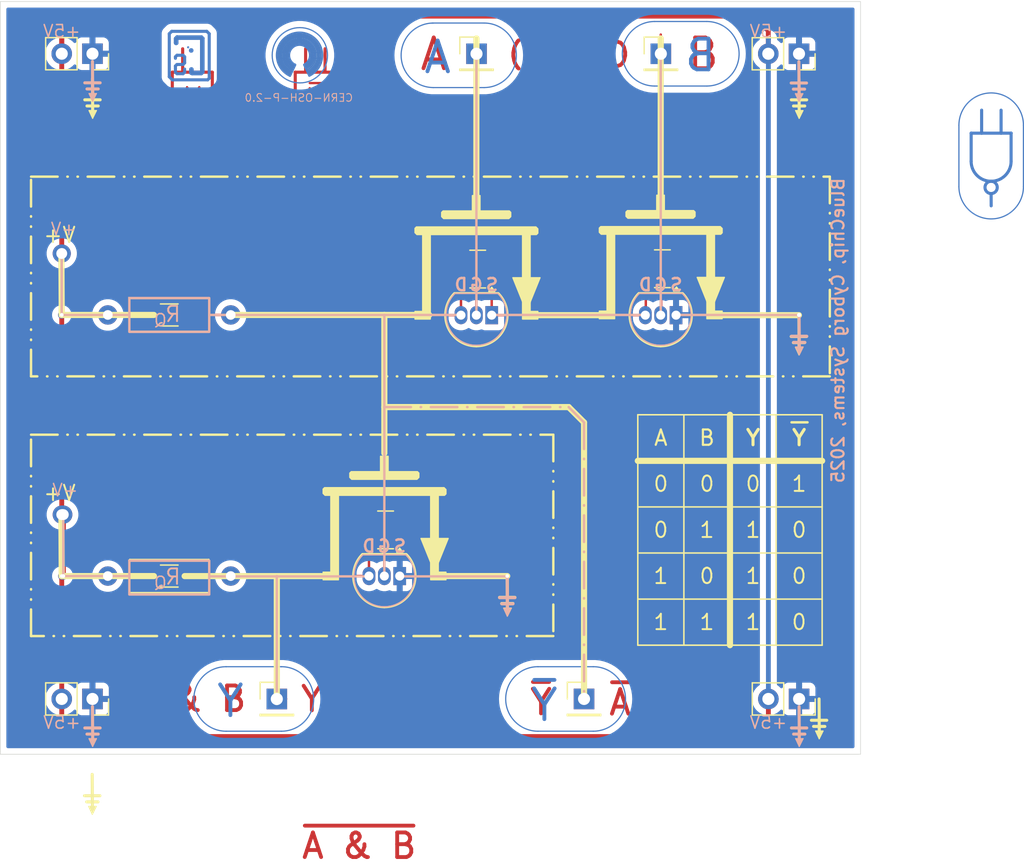
<source format=kicad_pcb>
(kicad_pcb (version 20241229) (generator "pcbnew") (generator_version "9.0")
  (layers (0 "F.Cu" signal) (2 "B.Cu" signal) (13 "F.Paste" user) (15 "B.Paste" user) (5 "F.SilkS" user "F.Silkscreen") (7 "B.SilkS" user "B.Silkscreen") (1 "F.Mask" user) (3 "B.Mask" user) (25 "Edge.Cuts" user))
  (net 0 "")
  (net 1 "Net-(A1-Pin_1)")
  (net 2 "Net-(B1-Pin_1)")
  (net 3 "GNDREF")
  (net 4 "VDD")
  (net 5 "Net-(Q13-D)")
  (net 6 "Net-(Q13-S)")
  (net 7 "Net-(Q15-D)")
  (footprint "Package_TO_SOT_THT:TO-92_Inline" (layer "F.Cu") (at 220.979705 151.13 180)
    (property "Reference" "Q5" (hide yes))
    (property "Value" "2N7000" (hide yes))
  )
  (footprint "Connector_PinHeader_2.54mm:PinHeader_1x01_P2.54mm_Vertical" (layer "F.Cu") (at 242.569705 107.95)
    (property "Reference" "B1" (hide yes))
    (property "Value" "Conn_01x01_Pin" (hide yes))
  )
  (footprint "Connector_PinHeader_2.54mm:PinHeader_1x01_P2.54mm_Vertical" (layer "F.Cu") (at 227.329705 107.95)
    (property "Reference" "A1" (hide yes))
    (property "Value" "Conn_01x01_Pin" (hide yes))
  )
  (footprint "Package_TO_SOT_THT:TO-92_Inline" (layer "F.Cu") (at 228.586283 129.561263 180)
    (property "Reference" "Q3" (hide yes))
    (property "Value" "2N7000" (hide yes))
  )
  (footprint "Connector_PinSocket_2.54mm:PinSocket_1x02_P2.54mm_Vertical" (layer "F.Cu") (at 195.579705 107.94671 -90)
    (property "Reference" "J1" (hide yes))
    (property "Value" "Conn_01x02_Pin" (hide yes))
  )
  (footprint "Resistor_THT:R_Axial_DIN0207_L6.3mm_D2.5mm_P10.16mm_Horizontal" (layer "F.Cu") (at 196.849705 129.54329)
    (property "Reference" "R5" (hide yes))
    (property "Value" "R" (hide yes))
  )
  (footprint "Package_TO_SOT_SMD:SOT-23" (layer "F.Cu") (at 242.698473 125.722971 180)
    (property "Reference" "Q14" (hide yes))
    (property "Value" "2N7000" (hide yes))
  )
  (footprint "Connector_PinSocket_2.54mm:PinSocket_1x02_P2.54mm_Vertical" (layer "F.Cu") (at 253.999705 161.29 -90)
    (property "Reference" "J3" (hide yes))
    (property "Value" "Conn_01x02_Pin" (hide yes))
  )
  (footprint "Connector_PinHeader_2.54mm:PinHeader_1x01_P2.54mm_Vertical" (layer "F.Cu") (at 236.219705 161.29)
    (property "Reference" "Y2" (hide yes))
    (property "Value" "Conn_01x01_Pin")
  )
  (footprint "Connector_PinSocket_2.54mm:PinSocket_1x02_P2.54mm_Vertical" (layer "F.Cu") (at 253.991731 107.95 -90)
    (property "Reference" "J4" (hide yes))
    (property "Value" "Conn_01x02_Pin" (hide yes))
  )
  (footprint "Connector_PinHeader_2.54mm:PinHeader_1x01_P2.54mm_Vertical" (layer "F.Cu") (at 210.819705 161.294149)
    (property "Reference" "Y1" (hide yes))
    (property "Value" "Conn_01x01_Pin" (hide yes))
  )
  (footprint "Package_TO_SOT_THT:TO-92_Inline" (layer "F.Cu") (at 243.826283 129.561263 180)
    (property "Reference" "Q4" (hide yes))
    (property "Value" "2N7000" (hide yes))
  )
  (footprint "Connector_PinSocket_2.54mm:PinSocket_1x02_P2.54mm_Vertical" (layer "F.Cu") (at 195.579705 161.29 -90)
    (property "Reference" "J2" (hide yes))
    (property "Value" "Conn_01x02_Pin" (hide yes))
  )
  (footprint "Resistor_SMD:R_1206_3216Metric" (layer "F.Cu") (at 201.929705 151.13)
    (property "Reference" "R16" (hide yes))
    (property "Value" "R" (hide yes))
  )
  (footprint "Resistor_SMD:R_1206_3216Metric" (layer "F.Cu") (at 201.929705 129.54329)
    (property "Reference" "R15" (hide yes))
    (property "Value" "R" (hide yes))
  )
  (footprint "Package_TO_SOT_SMD:SOT-23" (layer "F.Cu") (at 219.813785 147.313517 180)
    (property "Reference" "Q15" (hide yes))
    (property "Value" "2N7000" (hide yes))
  )
  (footprint "Package_TO_SOT_SMD:SOT-23" (layer "F.Cu") (at 227.427779 125.751263 180)
    (property "Reference" "Q13" (hide yes))
    (property "Value" "2N7000" (hide yes))
  )
  (footprint "Resistor_THT:R_Axial_DIN0207_L6.3mm_D2.5mm_P10.16mm_Horizontal" (layer "F.Cu") (at 196.849705 151.13)
    (property "Reference" "R6" (hide yes))
    (property "Value" "R" (hide yes))
  )
  (gr_line (start 213.99001 114.427) (end 213.995 115.443) (stroke (width 0.254)) (layer "F.Cu"))
  (gr_arc (start 205.476315 111.76) (mid 203.825315 113.411) (end 202.174315 111.76) (stroke (width 0.254)) (layer "F.Cu"))
  (gr_line (start 204.644764 109.292323) (end 204.644764 107.535102) (stroke (width 0.254)) (layer "F.Cu"))
  (gr_line (start 214.809459 109.292323) (end 214.809459 107.535102) (stroke (width 0.254)) (layer "F.Cu"))
  (gr_circle (center 213.99001 113.919) (end 214.49801 113.919) (stroke (width 0.254)) (fill no) (layer "F.Cu"))
  (gr_arc (start 215.64101 111.76) (mid 213.99001 113.411) (end 212.33901 111.76) (stroke (width 0.254)) (layer "F.Cu"))
  (gr_line (start 203.035615 109.292323) (end 203.035615 107.535102) (stroke (width 0.254)) (layer "F.Cu"))
  (gr_line (start 213.20031 109.292323) (end 213.20031 107.535102) (stroke (width 0.254)) (layer "F.Cu"))
  (gr_line (start 203.825315 113.411) (end 203.830305 115.443) (stroke (width 0.254)) (layer "F.Cu"))
  (gr_arc (start 206.628705 163.957859) (mid 203.961686 161.290845) (end 206.628705 158.623859) (stroke (width 0.1)) (layer "B.Cu"))
  (gr_arc (start 227.956731 105.41) (mid 230.62381 108.07701) (end 227.956731 110.744) (stroke (width 0.1)) (layer "B.Cu"))
  (gr_arc (start 211.962705 109.47071) (mid 212.689715 106.49613) (end 213.438095 109.465418) (stroke (width 0.127)) (layer "B.Cu"))
  (gr_arc (start 211.886505 109.54691) (mid 212.755141 106.392555) (end 213.408299 109.598491) (stroke (width 0.127)) (layer "B.Cu"))
  (gr_line (start 246.371731 105.283) (end 242.053731 105.283) (stroke (width 0.1)) (layer "B.Cu"))
  (gr_arc (start 212.009506 109.264148) (mid 212.720651 106.702219) (end 213.320358 109.292525) (stroke (width 0.127)) (layer "B.Cu"))
  (gr_line (start 236.981724 163.957) (end 232.409724 163.957) (stroke (width 0.1)) (layer "B.Cu"))
  (gr_line (start 267.212695 113.8555) (end 267.212695 118.9355) (stroke (width 0.1)) (layer "B.Cu"))
  (gr_arc (start 211.911905 109.80091) (mid 212.692181 106.175507) (end 213.499647 109.794953) (stroke (width 0.127)) (layer "B.Cu"))
  (gr_arc (start 232.409724 163.957) (mid 229.742705 161.29) (end 232.409724 158.623) (stroke (width 0.1)) (layer "B.Cu"))
  (gr_line (start 212.333839 108.863123) (end 211.905018 109.762639) (stroke (width 0.2)) (layer "B.Cu"))
  (gr_arc (start 267.212695 113.8555) (mid 269.879695 111.1885) (end 272.546695 113.8555) (stroke (width 0.1)) (layer "B.Cu"))
  (gr_line (start 232.409724 158.623) (end 236.981724 158.623) (stroke (width 0.1)) (layer "B.Cu"))
  (gr_arc (start 212.140505 109.06431) (mid 212.663474 106.938992) (end 213.302098 109.032429) (stroke (width 0.127)) (layer "B.Cu"))
  (gr_line (start 269.874705 119.507) (end 269.879695 120.523) (stroke (width 0.254)) (layer "B.Cu"))
  (gr_arc (start 246.371731 105.283) (mid 249.03881 107.95001) (end 246.371731 110.617) (stroke (width 0.1)) (layer "B.Cu"))
  (gr_circle (center 212.724705 108.07371) (end 210.438705 108.07371) (stroke (width 0.1)) (fill no) (layer "B.Cu"))
  (gr_arc (start 242.053731 110.617) (mid 239.38681 107.95001) (end 242.053731 105.283) (stroke (width 0.1)) (layer "B.Cu"))
  (gr_arc (start 212.216705 108.83571) (mid 212.68399 107.176265) (end 213.177102 108.828253) (stroke (width 0.127)) (layer "B.Cu"))
  (gr_arc (start 236.981724 158.623) (mid 239.648705 161.29) (end 236.981724 163.957) (stroke (width 0.1)) (layer "B.Cu"))
  (gr_line (start 223.765731 110.744) (end 227.956731 110.744) (stroke (width 0.1)) (layer "B.Cu"))
  (gr_line (start 227.956731 105.41) (end 223.638731 105.41) (stroke (width 0.1)) (layer "B.Cu"))
  (gr_arc (start 212.064305 109.14051) (mid 212.596686 106.838392) (end 213.485018 109.027875) (stroke (width 0.127)) (layer "B.Cu"))
  (gr_line (start 270.699144 114.522965) (end 270.699144 112.613112) (stroke (width 0.254)) (layer "B.Cu"))
  (gr_line (start 213.089976 108.858398) (end 213.512105 109.75011) (stroke (width 0.2)) (layer "B.Cu"))
  (gr_arc (start 212.064305 109.183796) (mid 212.63573 106.739354) (end 213.306475 109.15839) (stroke (width 0.127)) (layer "B.Cu"))
  (gr_line (start 211.200705 163.957859) (end 206.628705 163.957859) (stroke (width 0.1)) (layer "B.Cu"))
  (gr_arc (start 211.200705 158.623859) (mid 213.867686 161.290845) (end 211.200705 163.957859) (stroke (width 0.1)) (layer "B.Cu"))
  (gr_circle (center 203.489746 107.414452) (end 203.565946 107.414452) (stroke (width 0.0254)) (fill yes) (layer "B.Cu"))
  (gr_line (start 272.546695 118.9355) (end 272.546695 113.8555) (stroke (width 0.1)) (layer "B.Cu"))
  (gr_line (start 242.053731 110.617) (end 246.371731 110.617) (stroke (width 0.1)) (layer "B.Cu"))
  (gr_arc (start 223.765731 110.744) (mid 221.09881 108.07701) (end 223.765731 105.41) (stroke (width 0.1)) (layer "B.Cu"))
  (gr_line (start 206.628705 158.623859) (end 211.200705 158.623859) (stroke (width 0.1)) (layer "B.Cu"))
  (gr_arc (start 271.525705 116.84) (mid 269.874705 118.491) (end 268.223705 116.84) (stroke (width 0.254)) (layer "B.Cu"))
  (gr_arc (start 212.216705 109.027789) (mid 212.707834 107.006797) (end 213.148615 109.039335) (stroke (width 0.127)) (layer "B.Cu"))
  (gr_arc (start 212.013505 109.39451) (mid 212.696947 106.586014) (end 213.38457 109.393486) (stroke (width 0.127)) (layer "B.Cu"))
  (gr_line (start 269.089995 114.522965) (end 269.089995 112.609142) (stroke (width 0.254)) (layer "B.Cu"))
  (gr_arc (start 212.216705 108.959132) (mid 212.670683 107.068728) (end 213.207305 108.937309) (stroke (width 0.127)) (layer "B.Cu"))
  (gr_arc (start 212.347399 108.836154) (mid 212.661321 107.234723) (end 213.118611 108.80127) (stroke (width 0.127)) (layer "B.Cu"))
  (gr_arc (start 272.546695 118.9355) (mid 269.879695 121.6025) (end 267.212695 118.9355) (stroke (width 0.1)) (layer "B.Cu"))
  (gr_arc (start 211.861105 109.64851) (mid 212.733013 106.293616) (end 213.448658 109.685274) (stroke (width 0.127)) (layer "B.Cu"))
  (gr_circle (center 269.874705 118.999) (end 270.382705 118.999) (stroke (width 0.254)) (fill no) (layer "B.Cu"))
  (gr_circle (center 203.741996 107.676139) (end 203.741996 107.549139) (stroke (width 0.127)) (fill yes) (layer "B.Cu"))
  (gr_line (start 242.556284 120.036263) (end 242.561731 106.68329) (stroke (width 0.508)) (layer "F.SilkS"))
  (gr_line (start 230.195163 153.78149) (end 229.881361 154.41649) (stroke (width 0.1)) (layer "F.SilkS"))
  (gr_line (start 255.016 163.05249) (end 256.286 163.05249) (stroke (width 0.254)) (layer "F.SilkS"))
  (gr_line (start 253.711478 112.649) (end 254.317189 112.649) (stroke (width 0.1)) (layer "F.SilkS"))
  (gr_line (start 195.576057 170.59202) (end 195.557102 167.52851) (stroke (width 0.254)) (layer "F.SilkS"))
  (gr_poly (pts (xy 214.646801 151.440114) (xy 214.646801 150.805114) (xy 215.281801 150.805114) (xy 215.281801 144.455114) (xy 214.805551 144.455114) (xy 214.646801 144.296364) (xy 214.646801 143.939176) (xy 214.765863 143.820114) (xy 224.648051 143.820114) (xy 224.806801 143.978864) (xy 224.806801 144.336052) (xy 224.687739 144.455114) (xy 224.171801 144.455114) (xy 224.171801 150.805114) (xy 224.806801 150.805114) (xy 224.806801 151.440114) (xy 223.536801 151.440114) (xy 223.536801 144.455114) (xy 215.916801 144.455114) (xy 215.916801 151.440114)) (stroke (width 0.1)) (fill yes) (layer "F.SilkS"))
  (gr_line (start 193.039705 151.13) (end 193.009705 146.05) (stroke (width 0.508)) (layer "F.SilkS"))
  (gr_line (start 253.982253 129.561263) (end 247.636284 129.561263) (stroke (width 0.508)) (layer "F.SilkS"))
  (gr_line (start 255.662656 164.57649) (end 255.370747 163.94149) (stroke (width 0.1)) (layer "F.SilkS"))
  (gr_line (start 195.124979 112.26471) (end 196.056325 112.26471) (stroke (width 0.254)) (layer "F.SilkS"))
  (gr_line (start 195.88256 170.18) (end 195.568758 170.815) (stroke (width 0.1)) (layer "F.SilkS"))
  (gr_poly (pts (xy 224.605439 121.576458) (xy 224.446689 121.417708) (xy 224.446689 121.06052) (xy 224.565751 120.941458) (xy 226.986689 120.941458) (xy 226.986689 119.671458) (xy 227.621689 119.671458) (xy 227.621689 120.941458) (xy 230.042627 120.941458) (xy 230.161689 121.06052) (xy 230.161689 121.417708) (xy 230.002939 121.576458)) (stroke (width 0.1)) (fill yes) (layer "F.SilkS"))
  (gr_line (start 255.370747 163.94149) (end 255.976458 163.94149) (stroke (width 0.1)) (layer "F.SilkS"))
  (gr_poly (pts (xy 237.481731 129.856723) (xy 237.481731 129.221723) (xy 238.116731 129.221723) (xy 238.116731 122.871723) (xy 237.640481 122.871723) (xy 237.481731 122.712973) (xy 237.481731 122.355785) (xy 237.600793 122.236723) (xy 247.482981 122.236723) (xy 247.641731 122.395473) (xy 247.641731 122.752661) (xy 247.522669 122.871723) (xy 247.006731 122.871723) (xy 247.006731 129.221723) (xy 247.641731 129.221723) (xy 247.641731 129.856723) (xy 246.371731 129.856723) (xy 246.371731 122.871723) (xy 238.751731 122.871723) (xy 238.751731 129.856723)) (stroke (width 0.1)) (fill yes) (layer "F.SilkS"))
  (gr_line (start 253.828984 112.750053) (end 254.176032 112.750053) (stroke (width 0.2032)) (layer "F.SilkS"))
  (gr_line (start 255.554203 164.150656) (end 255.778 164.147412) (stroke (width 0.1)) (layer "F.SilkS"))
  (gr_line (start 253.347253 131.323753) (end 254.617253 131.323753) (stroke (width 0.254)) (layer "F.SilkS"))
  (gr_line (start 195.416958 112.746763) (end 195.764006 112.746763) (stroke (width 0.2032)) (layer "F.SilkS"))
  (gr_line (start 255.669955 164.35351) (end 255.651 161.29) (stroke (width 0.254)) (layer "F.SilkS"))
  (gr_line (start 240.664705 141.605) (end 255.904705 141.605) (stroke (width 0.508)) (layer "F.SilkS"))
  (gr_line (start 254.010686 113.06102) (end 253.991731 109.99751) (stroke (width 0.254)) (layer "F.SilkS"))
  (gr_poly (pts (xy 232.585186 126.463134) (xy 231.457883 129.249432) (xy 230.332729 126.463036)) (stroke (width 0.1)) (fill yes) (layer "F.SilkS"))
  (gr_line (start 229.869705 151.13) (end 224.15672 151.13) (stroke (width 0.508)) (layer "F.SilkS"))
  (gr_line (start 195.394355 170.281053) (end 195.741403 170.281053) (stroke (width 0.2032)) (layer "F.SilkS"))
  (gr_line (start 219.709705 137.16) (end 234.949705 137.16) (stroke (width 0.508)) (layer "F.SilkS"))
  (gr_line (start 253.993909 132.847753) (end 253.702 132.212753) (stroke (width 0.1)) (layer "F.SilkS"))
  (gr_line (start 253.885456 132.421919) (end 254.109253 132.418675) (stroke (width 0.1)) (layer "F.SilkS"))
  (gr_line (start 234.949705 137.16) (end 236.219705 138.43) (stroke (width 0.508)) (layer "F.SilkS"))
  (gr_line (start 253.537005 112.268) (end 254.468351 112.268) (stroke (width 0.254)) (layer "F.SilkS"))
  (gr_line (start 195.276849 170.18) (end 195.88256 170.18) (stroke (width 0.1)) (layer "F.SilkS"))
  (gr_line (start 227.316284 120.036263) (end 227.321731 106.68329) (stroke (width 0.508)) (layer "F.SilkS"))
  (gr_line (start 195.568758 170.815) (end 195.276849 170.18) (stroke (width 0.1)) (layer "F.SilkS"))
  (gr_line (start 254.001208 132.624773) (end 253.982253 129.561263) (stroke (width 0.254)) (layer "F.SilkS"))
  (gr_line (start 229.589452 153.78149) (end 230.195163 153.78149) (stroke (width 0.1)) (layer "F.SilkS"))
  (gr_line (start 229.772908 153.990656) (end 229.996705 153.987412) (stroke (width 0.1)) (layer "F.SilkS"))
  (gr_line (start 200.659705 129.54329) (end 193.039705 129.54329) (stroke (width 0.508)) (layer "F.SilkS"))
  (gr_line (start 236.219705 138.43) (end 236.219705 161.29) (stroke (width 0.508)) (layer "F.SilkS"))
  (gr_rect (start 190.499705 118.11) (end 256.539705 134.62) (stroke (width 0.2) (type dash_dot_dot)) (fill no) (layer "F.SilkS"))
  (gr_poly (pts (xy 222.242026 129.884432) (xy 222.242026 129.249432) (xy 222.877026 129.249432) (xy 222.877026 122.899432) (xy 222.400776 122.899432) (xy 222.242026 122.740682) (xy 222.242026 122.383494) (xy 222.361088 122.264432) (xy 232.243276 122.264432) (xy 232.402026 122.423182) (xy 232.402026 122.78037) (xy 232.282964 122.899432) (xy 231.767026 122.899432) (xy 231.767026 129.249432) (xy 232.402026 129.249432) (xy 232.402026 129.884432) (xy 231.132026 129.884432) (xy 231.132026 122.899432) (xy 223.512026 122.899432) (xy 223.512026 129.884432)) (stroke (width 0.1)) (fill yes) (layer "F.SilkS"))
  (gr_line (start 248.284705 137.795) (end 248.284705 156.845) (stroke (width 0.508)) (layer "F.SilkS"))
  (gr_rect (start 190.499705 139.44286) (end 233.679705 156.08928) (stroke (width 0.2) (type dash_dot_dot)) (fill no) (layer "F.SilkS"))
  (gr_line (start 254.317189 112.649) (end 254.003387 113.284) (stroke (width 0.1)) (layer "F.SilkS"))
  (gr_line (start 200.659705 151.13) (end 193.039705 151.13) (stroke (width 0.508)) (layer "F.SilkS"))
  (gr_line (start 229.234705 152.89249) (end 230.504705 152.89249) (stroke (width 0.254)) (layer "F.SilkS"))
  (gr_line (start 253.373204 138.420899) (end 254.696204 138.420899) (stroke (width 0.2032)) (layer "F.SilkS"))
  (gr_line (start 253.894934 112.858166) (end 254.118731 112.854922) (stroke (width 0.1)) (layer "F.SilkS"))
  (gr_line (start 207.009705 129.54329) (end 223.418352 129.54329) (stroke (width 0.508)) (layer "F.SilkS"))
  (gr_line (start 229.881361 154.41649) (end 229.589452 153.78149) (stroke (width 0.1)) (layer "F.SilkS"))
  (gr_line (start 195.482908 112.854876) (end 195.706705 112.851632) (stroke (width 0.1)) (layer "F.SilkS"))
  (gr_line (start 254.003387 113.284) (end 253.711478 112.649) (stroke (width 0.1)) (layer "F.SilkS"))
  (gr_line (start 255.196274 163.56049) (end 256.12762 163.56049) (stroke (width 0.254)) (layer "F.SilkS"))
  (gr_line (start 253.819506 132.313806) (end 254.166554 132.313806) (stroke (width 0.2032)) (layer "F.SilkS"))
  (gr_poly (pts (xy 224.989961 148.018816) (xy 223.862658 150.805114) (xy 222.737504 148.018718)) (stroke (width 0.1)) (fill yes) (layer "F.SilkS"))
  (gr_line (start 255.976458 163.94149) (end 255.662656 164.57649) (stroke (width 0.1)) (layer "F.SilkS"))
  (gr_line (start 203.199705 151.13329) (end 214.528352 151.13329) (stroke (width 0.508)) (layer "F.SilkS"))
  (gr_line (start 195.591361 113.28071) (end 195.299452 112.64571) (stroke (width 0.1)) (layer "F.SilkS"))
  (gr_line (start 229.88866 154.19351) (end 229.869705 151.13) (stroke (width 0.254)) (layer "F.SilkS"))
  (gr_line (start 195.102376 169.799) (end 196.033722 169.799) (stroke (width 0.254)) (layer "F.SilkS"))
  (gr_poly (pts (xy 239.845144 121.548749) (xy 239.686394 121.389999) (xy 239.686394 121.032811) (xy 239.805456 120.913749) (xy 242.226394 120.913749) (xy 242.226394 119.643749) (xy 242.861394 119.643749) (xy 242.861394 120.913749) (xy 245.282332 120.913749) (xy 245.401394 121.032811) (xy 245.401394 121.389999) (xy 245.242644 121.548749)) (stroke (width 0.1)) (fill yes) (layer "F.SilkS"))
  (gr_line (start 229.706958 153.882543) (end 230.054006 153.882543) (stroke (width 0.2032)) (layer "F.SilkS"))
  (gr_line (start 194.922102 169.291) (end 196.192102 169.291) (stroke (width 0.254)) (layer "F.SilkS"))
  (gr_poly (pts (xy 217.010214 143.13214) (xy 216.851464 142.97339) (xy 216.851464 142.616202) (xy 216.970526 142.49714) (xy 219.391464 142.49714) (xy 219.391464 141.22714) (xy 220.026464 141.22714) (xy 220.026464 142.49714) (xy 222.447402 142.49714) (xy 222.566464 142.616202) (xy 222.566464 142.97339) (xy 222.407714 143.13214)) (stroke (width 0.1)) (fill yes) (layer "F.SilkS"))
  (gr_line (start 193.039705 129.54329) (end 193.009705 124.46329) (stroke (width 0.508)) (layer "F.SilkS"))
  (gr_line (start 229.414979 153.40049) (end 230.346325 153.40049) (stroke (width 0.254)) (layer "F.SilkS"))
  (gr_line (start 194.944705 111.75671) (end 196.214705 111.75671) (stroke (width 0.254)) (layer "F.SilkS"))
  (gr_line (start 232.396284 129.561263) (end 237.481731 129.561263) (stroke (width 0.508)) (layer "F.SilkS"))
  (gr_line (start 253.356731 111.76) (end 254.626731 111.76) (stroke (width 0.254)) (layer "F.SilkS"))
  (gr_line (start 210.819705 151.39043) (end 210.819705 161.54714) (stroke (width 0.508)) (layer "F.SilkS"))
  (gr_line (start 253.702 132.212753) (end 254.307711 132.212753) (stroke (width 0.1)) (layer "F.SilkS"))
  (gr_line (start 195.460305 170.389166) (end 195.684102 170.385922) (stroke (width 0.1)) (layer "F.SilkS"))
  (gr_line (start 219.709705 129.54) (end 219.709705 140.97) (stroke (width 0.508)) (layer "F.SilkS"))
  (gr_line (start 195.905163 112.64571) (end 195.591361 113.28071) (stroke (width 0.1)) (layer "F.SilkS"))
  (gr_line (start 253.527527 131.831753) (end 254.458873 131.831753) (stroke (width 0.254)) (layer "F.SilkS"))
  (gr_line (start 195.59866 113.05773) (end 195.579705 109.99422) (stroke (width 0.254)) (layer "F.SilkS"))
  (gr_poly (pts (xy 247.824891 126.435425) (xy 246.697588 129.221723) (xy 245.572434 126.435327)) (stroke (width 0.1)) (fill yes) (layer "F.SilkS"))
  (gr_line (start 255.488253 164.042543) (end 255.835301 164.042543) (stroke (width 0.2032)) (layer "F.SilkS"))
  (gr_line (start 195.299452 112.64571) (end 195.905163 112.64571) (stroke (width 0.1)) (layer "F.SilkS"))
  (gr_line (start 254.307711 132.212753) (end 253.993909 132.847753) (stroke (width 0.1)) (layer "F.SilkS"))
  (gr_line (start 195.482908 111.448946) (end 195.706705 111.445702) (stroke (width 0.1)) (layer "B.SilkS"))
  (gr_line (start 253.991731 111.89029) (end 253.699822 111.25529) (stroke (width 0.1)) (layer "B.SilkS"))
  (gr_line (start 234.949705 137.16) (end 236.219705 138.43) (stroke (width 0.2) (type dash_dot)) (layer "B.SilkS"))
  (gr_line (start 195.591361 111.87478) (end 195.299452 111.23978) (stroke (width 0.1)) (layer "B.SilkS"))
  (gr_line (start 217.931705 149.377528) (end 221.487704 149.377528) (stroke (width 0.1)) (layer "B.SilkS"))
  (gr_line (start 242.561732 129.54329) (end 242.561732 107.95) (stroke (width 0.2)) (layer "B.SilkS"))
  (gr_line (start 210.819705 160.655) (end 210.819705 151.13) (stroke (width 0.2)) (layer "B.SilkS"))
  (gr_arc (start 244.339732 127.76529) (mid 242.561732 132.057762) (end 240.783732 127.76529) (stroke (width 0.1)) (layer "B.SilkS"))
  (gr_line (start 254.01866 164.98851) (end 253.999705 161.925) (stroke (width 0.254)) (layer "B.SilkS"))
  (gr_line (start 240.783732 127.76529) (end 244.339731 127.76529) (stroke (width 0.1)) (layer "B.SilkS"))
  (gr_line (start 194.944705 163.68749) (end 196.214705 163.68749) (stroke (width 0.254)) (layer "B.SilkS"))
  (gr_line (start 198.627705 151.13) (end 193.166705 151.13) (stroke (width 0.2)) (layer "B.SilkS"))
  (gr_line (start 194.944705 110.35078) (end 196.214705 110.35078) (stroke (width 0.254)) (layer "B.SilkS"))
  (gr_line (start 253.836958 132.292543) (end 254.184006 132.292543) (stroke (width 0.2032)) (layer "B.SilkS"))
  (gr_line (start 241.291731 129.54329) (end 228.591731 129.54329) (stroke (width 0.2)) (layer "B.SilkS"))
  (gr_rect (start 198.627705 149.86) (end 205.231705 152.654) (stroke (width 0.2)) (fill no) (layer "B.SilkS"))
  (gr_line (start 253.525349 110.87429) (end 254.456695 110.87429) (stroke (width 0.254)) (layer "B.SilkS"))
  (gr_line (start 229.869705 151.155528) (end 220.979704 151.155528) (stroke (width 0.2)) (layer "B.SilkS"))
  (gr_line (start 229.772908 154.016184) (end 229.996705 154.01294) (stroke (width 0.1)) (layer "B.SilkS"))
  (gr_line (start 253.817328 111.356343) (end 254.164376 111.356343) (stroke (width 0.2032)) (layer "B.SilkS"))
  (gr_line (start 195.905163 111.23978) (end 195.591361 111.87478) (stroke (width 0.1)) (layer "B.SilkS"))
  (gr_line (start 253.719452 164.57649) (end 254.325163 164.57649) (stroke (width 0.1)) (layer "B.SilkS"))
  (gr_line (start 253.364705 131.30249) (end 254.634705 131.30249) (stroke (width 0.254)) (layer "B.SilkS"))
  (gr_line (start 219.709705 137.16) (end 234.949705 137.16) (stroke (width 0.2) (type dash_dot)) (layer "B.SilkS"))
  (gr_line (start 195.299452 164.57649) (end 195.905163 164.57649) (stroke (width 0.1)) (layer "B.SilkS"))
  (gr_line (start 254.325163 164.57649) (end 254.011361 165.21149) (stroke (width 0.1)) (layer "B.SilkS"))
  (gr_line (start 198.627705 129.54329) (end 193.039705 129.54329) (stroke (width 0.2)) (layer "B.SilkS"))
  (gr_line (start 218.439704 151.155528) (end 205.231705 151.155528) (stroke (width 0.2)) (layer "B.SilkS"))
  (gr_line (start 225.543731 127.76529) (end 229.09973 127.76529) (stroke (width 0.1)) (layer "B.SilkS"))
  (gr_arc (start 229.099732 127.76529) (mid 227.321732 132.057762) (end 225.543732 127.76529) (stroke (width 0.1)) (layer "B.SilkS"))
  (gr_line (start 254.011361 132.82649) (end 253.719452 132.19149) (stroke (width 0.1)) (layer "B.SilkS"))
  (gr_line (start 253.364705 163.68749) (end 254.634705 163.68749) (stroke (width 0.254)) (layer "B.SilkS"))
  (gr_line (start 236.219705 138.43) (end 236.219705 161.29) (stroke (width 0.2) (type dash_dot)) (layer "B.SilkS"))
  (gr_line (start 217.931705 149.377528) (end 221.487704 149.377528) (stroke (width 0.1)) (layer "B.SilkS"))
  (gr_line (start 229.88866 154.219038) (end 229.869705 151.155528) (stroke (width 0.254)) (layer "B.SilkS"))
  (gr_line (start 254.01866 132.60351) (end 253.999705 129.54) (stroke (width 0.254)) (layer "B.SilkS"))
  (gr_line (start 229.589452 153.807018) (end 230.195163 153.807018) (stroke (width 0.1)) (layer "B.SilkS"))
  (gr_line (start 226.051731 129.54329) (end 205.231705 129.54329) (stroke (width 0.2)) (layer "B.SilkS"))
  (gr_line (start 195.416958 164.677543) (end 195.764006 164.677543) (stroke (width 0.2032)) (layer "B.SilkS"))
  (gr_line (start 253.902908 164.785656) (end 254.126705 164.782412) (stroke (width 0.1)) (layer "B.SilkS"))
  (gr_line (start 193.166705 151.12671) (end 193.166705 146.04671) (stroke (width 0.2)) (layer "B.SilkS"))
  (gr_line (start 229.414979 153.426018) (end 230.346325 153.426018) (stroke (width 0.254)) (layer "B.SilkS"))
  (gr_line (start 195.124979 164.19549) (end 196.056325 164.19549) (stroke (width 0.254)) (layer "B.SilkS"))
  (gr_arc (start 221.487705 149.377528) (mid 219.709705 153.67) (end 217.931705 149.377528) (stroke (width 0.1)) (layer "B.SilkS"))
  (gr_line (start 195.124979 110.85878) (end 196.056325 110.85878) (stroke (width 0.254)) (layer "B.SilkS"))
  (gr_line (start 254.325163 132.19149) (end 254.011361 132.82649) (stroke (width 0.1)) (layer "B.SilkS"))
  (gr_line (start 253.699822 111.25529) (end 254.305533 111.25529) (stroke (width 0.1)) (layer "B.SilkS"))
  (gr_line (start 229.234705 152.918018) (end 230.504705 152.918018) (stroke (width 0.254)) (layer "B.SilkS"))
  (gr_line (start 230.195163 153.807018) (end 229.881361 154.442018) (stroke (width 0.1)) (layer "B.SilkS"))
  (gr_line (start 195.482908 164.785656) (end 195.706705 164.782412) (stroke (width 0.1)) (layer "B.SilkS"))
  (gr_arc (start 229.099731 127.76529) (mid 227.321731 132.057762) (end 225.543731 127.76529) (stroke (width 0.1)) (layer "B.SilkS"))
  (gr_line (start 193.039705 129.54) (end 193.039705 124.46) (stroke (width 0.2)) (layer "B.SilkS"))
  (gr_line (start 253.992026 129.54329) (end 243.831731 129.54329) (stroke (width 0.2)) (layer "B.SilkS"))
  (gr_rect (start 198.627705 128.14629) (end 205.231705 130.94029) (stroke (width 0.2)) (fill no) (layer "B.SilkS"))
  (gr_line (start 253.719452 132.19149) (end 254.325163 132.19149) (stroke (width 0.1)) (layer "B.SilkS"))
  (gr_line (start 253.544979 164.19549) (end 254.476325 164.19549) (stroke (width 0.254)) (layer "B.SilkS"))
  (gr_line (start 253.836958 164.677543) (end 254.184006 164.677543) (stroke (width 0.2032)) (layer "B.SilkS"))
  (gr_line (start 195.59866 164.98851) (end 195.579705 161.925) (stroke (width 0.254)) (layer "B.SilkS"))
  (gr_line (start 253.902908 132.400656) (end 254.126705 132.397412) (stroke (width 0.1)) (layer "B.SilkS"))
  (gr_line (start 227.321731 107.95) (end 227.321731 129.54329) (stroke (width 0.2)) (layer "B.SilkS"))
  (gr_line (start 195.591361 165.21149) (end 195.299452 164.57649) (stroke (width 0.1)) (layer "B.SilkS"))
  (gr_arc (start 244.339732 127.76529) (mid 242.561732 132.057762) (end 240.783732 127.76529) (stroke (width 0.1)) (layer "B.SilkS"))
  (gr_line (start 219.709705 151.155528) (end 219.709705 129.54) (stroke (width 0.2)) (layer "B.SilkS"))
  (gr_line (start 253.883278 111.464456) (end 254.107075 111.461212) (stroke (width 0.1)) (layer "B.SilkS"))
  (gr_line (start 253.345075 110.36629) (end 254.615075 110.36629) (stroke (width 0.254)) (layer "B.SilkS"))
  (gr_line (start 254.011361 165.21149) (end 253.719452 164.57649) (stroke (width 0.1)) (layer "B.SilkS"))
  (gr_line (start 225.543732 127.76529) (end 229.099731 127.76529) (stroke (width 0.1)) (layer "B.SilkS"))
  (gr_line (start 229.881361 154.442018) (end 229.589452 153.807018) (stroke (width 0.1)) (layer "B.SilkS"))
  (gr_line (start 195.299452 111.23978) (end 195.905163 111.23978) (stroke (width 0.1)) (layer "B.SilkS"))
  (gr_line (start 254.305533 111.25529) (end 253.991731 111.89029) (stroke (width 0.1)) (layer "B.SilkS"))
  (gr_line (start 240.783732 127.76529) (end 244.339731 127.76529) (stroke (width 0.1)) (layer "B.SilkS"))
  (gr_line (start 253.99903 111.66731) (end 253.980075 108.6038) (stroke (width 0.254)) (layer "B.SilkS"))
  (gr_line (start 195.416958 111.340833) (end 195.764006 111.340833) (stroke (width 0.2032)) (layer "B.SilkS"))
  (gr_line (start 195.905163 164.57649) (end 195.591361 165.21149) (stroke (width 0.1)) (layer "B.SilkS"))
  (gr_line (start 253.544979 131.81049) (end 254.476325 131.81049) (stroke (width 0.254)) (layer "B.SilkS"))
  (gr_line (start 229.706958 153.908071) (end 230.054006 153.908071) (stroke (width 0.2032)) (layer "B.SilkS"))
  (gr_line (start 195.59866 111.6518) (end 195.579705 108.58829) (stroke (width 0.254)) (layer "B.SilkS"))
  (gr_arc (start 221.487705 149.377528) (mid 219.709705 153.67) (end 217.931705 149.377528) (stroke (width 0.1)) (layer "B.SilkS"))
  (gr_rect (start 187.959705 103.632) (end 259.079705 165.862) (stroke (width 0.05)) (fill no) (layer "Edge.Cuts"))
  (gr_text "A" (at 222.495731 109.474 0) (layer "F.Cu") (effects (font (size 2.54 2.54) (thickness 0.3175)) (justify left bottom)))
  (gr_text "~{A & B}" (at 238.124705 162.770753 0) (layer "F.Cu") (effects (font (size 2.032 2.032) (thickness 0.3175)) (justify left bottom)))
  (gr_text "(" (at 229.801483 108.789935 0) (layer "F.Cu") (effects (font (size 1.524 1.524) (thickness 0.3175)) (justify left bottom)))
  (gr_text "B" (at 244.593731 109.474 0) (layer "F.Cu") (effects (font (size 2.54 2.54) (thickness 0.3175)) (justify left bottom)))
  (gr_text "(" (at 234.141492 107.181578 180) (layer "F.Cu") (effects (font (size 1.524 1.524) (thickness 0.3175)) (justify left bottom)))
  (gr_text "Y" (at 203.126264 112.429532 0) (layer "F.Cu") (effects (font (size 1.524 1.524) (thickness 0.1905)) (justify left bottom)))
  (gr_text "Y" (at 212.635536 162.494045 0) (layer "F.Cu") (effects (font (size 2.032 2.032) (thickness 0.3175)) (justify left bottom)))
  (gr_text "N" (at 230.720726 109.23661 0) (layer "F.Cu") (effects (font (size 2.032 2.032) (thickness 0.3175)) (justify left bottom)))
  (gr_text "A & B" (at 198.657226 162.474992 0) (layer "F.Cu") (effects (font (size 2.032 2.032) (thickness 0.3175)) (justify left bottom)))
  (gr_text "~{Y}" (at 213.264654 112.515694 0) (layer "F.Cu") (effects (font (size 1.524 1.524) (thickness 0.1905)) (justify left bottom)))
  (gr_text "~{Y}" (at 231.584875 162.746684 0) (layer "F.Cu") (effects (font (size 2.032 2.032) (thickness 0.3175)) (justify left bottom)))
  (gr_text "AND" (at 233.895726 109.23661 0) (layer "F.Cu") (effects (font (size 2.032 2.032) (thickness 0.3175)) (justify left bottom)))
  (gr_text "~{A & B}" (at 212.724705 174.625 0) (layer "F.Cu") (effects (font (size 2.032 2.032) (thickness 0.3175)) (justify left bottom)))
  (gr_text "~{Y}" (at 234.238868 163.28605 0) (layer "B.Cu") (effects (font (size 2.54 2.54) (thickness 0.3175)) (justify left bottom mirror)))
  (gr_text "A" (at 225.416731 109.728 0) (layer "B.Cu") (effects (font (size 2.54 2.54) (thickness 0.3175)) (justify left bottom mirror)))
  (gr_text "B" (at 247.324119 109.566724 0) (layer "B.Cu") (effects (font (size 2.54 2.54) (thickness 0.3175)) (justify left bottom mirror)))
  (gr_text "Y" (at 208.279705 162.954989 0) (layer "B.Cu") (effects (font (size 2.54 2.54) (thickness 0.3175)) (justify left bottom mirror)))
  (gr_text "+V" (at 191.427431 123.682709 0) (layer "F.SilkS") (effects (font (size 1.27 1.27) (thickness 0.15875)) (justify left bottom)))
  (gr_text "+V" (at 191.427431 145.012279 0) (layer "F.SilkS") (effects (font (size 1.27 1.27) (thickness 0.15875)) (justify left bottom)))
  (gr_text "R" (at 202.974599 130.217419 0) (layer "B.SilkS") (effects (font (size 1.27 1.27) (thickness 0.15875)) (justify left bottom mirror)))
  (gr_text "S" (at 244.466731 127.63829 0) (layer "B.SilkS") (effects (font (size 1.016 1.016) (thickness 0.2032) (bold yes)) (justify left bottom mirror)))
  (gr_text "S" (at 221.614704 149.250528 0) (layer "B.SilkS") (effects (font (size 1.016 1.016) (thickness 0.2032) (bold yes)) (justify left bottom mirror)))
  (gr_text "D" (at 226.686731 127.63829 0) (layer "B.SilkS") (effects (font (size 1.016 1.016) (thickness 0.2032) (bold yes)) (justify left bottom mirror)))
  (gr_text "+5V" (at 251.459705 163.83 0) (layer "B.SilkS") (effects (font (size 1.016 1.016) (thickness 0.127)) (justify bottom mirror)))
  (gr_text "BlueChip, Cyborg Systems, 2025" (at 257.809705 118.11 90) (layer "B.SilkS") (effects (font (size 1.016 1.016) (thickness 0.1778) (bold yes)) (justify left bottom mirror)))
  (gr_text "CERN-OSH-P-2.0" (at 212.640216 111.959939 0) (layer "B.SilkS") (effects (font (size 0.635 0.635) (thickness 0.079375)) (justify bottom mirror)))
  (gr_text "+5V" (at 251.459705 106.68 0) (layer "B.SilkS") (effects (font (size 1.016 1.016) (thickness 0.127)) (justify bottom mirror)))
  (gr_text "S" (at 229.226731 127.63829 0) (layer "B.SilkS") (effects (font (size 1.016 1.016) (thickness 0.2032) (bold yes)) (justify left bottom mirror)))
  (gr_text "D" (at 219.074704 149.250528 0) (layer "B.SilkS") (effects (font (size 1.016 1.016) (thickness 0.2032) (bold yes)) (justify left bottom mirror)))
  (gr_text "G" (at 227.956731 127.63829 0) (layer "B.SilkS") (effects (font (size 1.016 1.016) (thickness 0.2032) (bold yes)) (justify left bottom mirror)))
  (gr_text "G" (at 243.196731 127.63829 0) (layer "B.SilkS") (effects (font (size 1.016 1.016) (thickness 0.2032) (bold yes)) (justify left bottom mirror)))
  (gr_text "G" (at 220.344704 149.250528 0) (layer "B.SilkS") (effects (font (size 1.016 1.016) (thickness 0.2032) (bold yes)) (justify left bottom mirror)))
  (gr_text "R" (at 202.974599 151.931129 0) (layer "B.SilkS") (effects (font (size 1.27 1.27) (thickness 0.15875)) (justify left bottom mirror)))
  (gr_text "D" (at 241.926731 127.63829 0) (layer "B.SilkS") (effects (font (size 1.016 1.016) (thickness 0.2032) (bold yes)) (justify left bottom mirror)))
  (gr_text "+5V" (at 193.057157 163.83 0) (layer "B.SilkS") (effects (font (size 1.016 1.016) (thickness 0.127)) (justify bottom mirror)))
  (gr_text "Q" (at 201.802705 130.55929 0) (layer "B.SilkS") (effects (font (size 1 1) (thickness 0.127) (bold yes)) (justify left bottom mirror)))
  (gr_text "+5V" (at 193.039705 106.68 0) (layer "B.SilkS") (effects (font (size 1.016 1.016) (thickness 0.127)) (justify bottom mirror)))
  (gr_text "Q" (at 201.802705 152.273 0) (layer "B.SilkS") (effects (font (size 1 1) (thickness 0.127) (bold yes)) (justify left bottom mirror)))
  (gr_text "+V" (at 194.346372 123.033979 0) (layer "B.SilkS") (effects (font (size 1.016 1.016) (thickness 0.127)) (justify left bottom mirror)))
  (gr_text "+V" (at 194.473372 144.620689 0) (layer "B.SilkS") (effects (font (size 1.016 1.016) (thickness 0.127)) (justify left bottom mirror)))
  (table (column_count 4) (layer "F.SilkS") (border (external yes) (header yes) (stroke (width 0.127))) (separators (rows yes) (cols yes) (stroke (width 0.127))) (column_widths 3.81 3.81 3.81 3.81) (row_heights 3.81 3.81 3.81 3.81 3.81) (cells (table_cell "A" (start 240.664705 137.795) (end 244.474705 141.605) (margins 1.016 1.016 1.016 1.016) (span 1 1) (layer "F.SilkS") (effects (font (size 1.27 1.27) (thickness 0.1778) (bold yes)))) (table_cell "B" (start 244.474705 137.795) (end 248.284705 141.605) (margins 1.016 1.016 1.016 1.016) (span 1 1) (layer "F.SilkS") (effects (font (size 1.27 1.27) (thickness 0.1778) (bold yes)))) (table_cell "Y" (start 248.284705 137.795) (end 252.094705 141.605) (margins 1.016 1.016 1.016 1.016) (span 1 1) (layer "F.SilkS") (effects (font (size 1.27 1.27) (bold yes)))) (table_cell "Y" (start 252.094705 137.795) (end 255.904705 141.605) (margins 1.016 1.016 1.016 1.016) (span 1 1) (layer "F.SilkS") (effects (font (size 1.27 1.27) (bold yes)))) (table_cell "0" (start 240.664705 141.605) (end 244.474705 145.415) (margins 1.016 1.016 1.016 1.016) (span 1 1) (layer "F.SilkS") (effects (font (size 1.27 1.27)))) (table_cell "0" (start 244.474705 141.605) (end 248.284705 145.415) (margins 1.016 1.016 1.016 1.016) (span 1 1) (layer "F.SilkS") (effects (font (size 1.27 1.27)))) (table_cell "0" (start 248.284705 141.605) (end 252.094705 145.415) (margins 1.016 1.016 1.016 1.016) (span 1 1) (layer "F.SilkS") (effects (font (size 1.27 1.27)))) (table_cell "1" (start 252.094705 141.605) (end 255.904705 145.415) (margins 1.016 1.016 1.016 1.016) (span 1 1) (layer "F.SilkS") (effects (font (size 1.27 1.27)))) (table_cell "0" (start 240.664705 145.415) (end 244.474705 149.225) (margins 1.016 1.016 1.016 1.016) (span 1 1) (layer "F.SilkS") (effects (font (size 1.27 1.27)))) (table_cell "1" (start 244.474705 145.415) (end 248.284705 149.225) (margins 1.016 1.016 1.016 1.016) (span 1 1) (layer "F.SilkS") (effects (font (size 1.27 1.27)))) (table_cell "1" (start 248.284705 145.415) (end 252.094705 149.225) (margins 1.016 1.016 1.016 1.016) (span 1 1) (layer "F.SilkS") (effects (font (size 1.27 1.27)))) (table_cell "0" (start 252.094705 145.415) (end 255.904705 149.225) (margins 1.016 1.016 1.016 1.016) (span 1 1) (layer "F.SilkS") (effects (font (size 1.27 1.27)))) (table_cell "1" (start 240.664705 149.225) (end 244.474705 153.035) (margins 1.016 1.016 1.016 1.016) (span 1 1) (layer "F.SilkS") (effects (font (size 1.27 1.27)))) (table_cell "0" (start 244.474705 149.225) (end 248.284705 153.035) (margins 1.016 1.016 1.016 1.016) (span 1 1) (layer "F.SilkS") (effects (font (size 1.27 1.27)))) (table_cell "1" (start 248.284705 149.225) (end 252.094705 153.035) (margins 1.016 1.016 1.016 1.016) (span 1 1) (layer "F.SilkS") (effects (font (size 1.27 1.27)))) (table_cell "0" (start 252.094705 149.225) (end 255.904705 153.035) (margins 1.016 1.016 1.016 1.016) (span 1 1) (layer "F.SilkS") (effects (font (size 1.27 1.27)))) (table_cell "1" (start 240.664705 153.035) (end 244.474705 156.845) (margins 1.016 1.016 1.016 1.016) (span 1 1) (layer "F.SilkS") (effects (font (size 1.27 1.27)))) (table_cell "1" (start 244.474705 153.035) (end 248.284705 156.845) (margins 1.016 1.016 1.016 1.016) (span 1 1) (layer "F.SilkS") (effects (font (size 1.27 1.27)))) (table_cell "1" (start 248.284705 153.035) (end 252.094705 156.845) (margins 1.016 1.016 1.016 1.016) (span 1 1) (layer "F.SilkS") (effects (font (size 1.27 1.27)))) (table_cell "0" (start 252.094705 153.035) (end 255.904705 156.845) (margins 1.016 1.016 1.016 1.016) (span 1 1) (layer "F.SilkS") (effects (font (size 1.27 1.27))))))
  (segment (start 205.489064 109.474) (end 202.179305 109.474) (width 0.254) (layer "F.Cu") (net 0))
  (segment (start 215.653759 111.747251) (end 215.653759 109.474) (width 0.254) (layer "F.Cu") (net 0))
  (segment (start 215.64101 111.76) (end 215.653759 111.747251) (width 0.254) (layer "F.Cu") (net 0))
  (segment (start 205.476315 111.76) (end 205.489064 111.747251) (width 0.254) (layer "F.Cu") (net 0))
  (segment (start 215.653759 109.474) (end 212.344 109.474) (width 0.254) (layer "F.Cu") (net 0))
  (segment (start 202.179305 109.474) (end 202.179305 111.75501) (width 0.254) (layer "F.Cu") (net 0))
  (segment (start 212.344 109.474) (end 212.344 111.75501) (width 0.254) (layer "F.Cu") (net 0))
  (segment (start 202.179305 111.75501) (end 202.174315 111.76) (width 0.254) (layer "F.Cu") (net 0))
  (segment (start 212.344 111.75501) (end 212.33901 111.76) (width 0.254) (layer "F.Cu") (net 0))
  (segment (start 205.489064 111.747251) (end 205.489064 109.474) (width 0.254) (layer "F.Cu") (net 0))
  (segment (start 205.104705 110.10571) (end 202.183705 110.10571) (width 0.254) (layer "B.Cu") (net 0))
  (segment (start 271.525705 116.84) (end 271.525705 114.519132) (width 0.254) (layer "B.Cu") (net 0))
  (segment (start 202.130705 106.09471) (end 205.030705 106.09471) (width 0.254) (layer "B.Cu") (net 0))
  (segment (start 202.564705 108.83571) (end 202.437705 108.96271) (width 0.254) (layer "B.Cu") (net 0))
  (segment (start 202.437705 109.47071) (end 202.564705 109.59771) (width 0.254) (layer "B.Cu") (net 0))
  (segment (start 202.49917 106.74021) (end 202.49917 107.048666) (width 0.381) (layer "B.Cu") (net 0))
  (segment (start 271.525705 114.519132) (end 271.530695 114.514142) (width 0.254) (layer "B.Cu") (net 0))
  (segment (start 202.437705 106.683608) (end 202.437705 107.05771) (width 0.254) (layer "B.Cu") (net 0))
  (segment (start 203.199705 108.70871) (end 203.072705 108.83571) (width 0.254) (layer "B.Cu") (net 0))
  (segment (start 204.596705 106.54971) (end 202.571603 106.54971) (width 0.254) (layer "B.Cu") (net 0))
  (segment (start 205.231705 109.97871) (end 205.104705 110.10571) (width 0.254) (layer "B.Cu") (net 0))
  (segment (start 204.596705 109.47071) (end 204.596705 106.693789) (width 0.254) (layer "B.Cu") (net 0))
  (segment (start 271.530695 114.514142) (end 268.228695 114.514142) (width 0.254) (layer "B.Cu") (net 0))
  (segment (start 204.714867 106.685548) (end 204.723705 106.67671) (width 0.254) (layer "B.Cu") (net 0))
  (segment (start 202.437705 108.96271) (end 202.437705 109.47071) (width 0.254) (layer "B.Cu") (net 0))
  (segment (start 204.660205 106.67671) (end 202.501205 106.67671) (width 0.254) (layer "B.Cu") (net 0))
  (segment (start 202.571603 106.54971) (end 202.437705 106.683608) (width 0.254) (layer "B.Cu") (net 0))
  (segment (start 202.437705 108.20071) (end 202.564705 108.07371) (width 0.254) (layer "B.Cu") (net 0))
  (segment (start 202.49917 107.048666) (end 202.49936 107.048856) (width 0.381) (layer "B.Cu") (net 0))
  (segment (start 203.834705 109.59771) (end 204.596705 109.59771) (width 0.254) (layer "B.Cu") (net 0))
  (segment (start 205.030705 106.09471) (end 205.231705 106.29571) (width 0.254) (layer "B.Cu") (net 0))
  (segment (start 268.228695 114.514142) (end 268.223705 114.519132) (width 0.254) (layer "B.Cu") (net 0))
  (segment (start 204.723705 106.67671) (end 204.596705 106.54971) (width 0.254) (layer "B.Cu") (net 0))
  (segment (start 203.788263 109.59771) (end 204.550263 109.59771) (width 0.254) (layer "B.Cu") (net 0))
  (segment (start 201.929705 106.29571) (end 202.130705 106.09471) (width 0.254) (layer "B.Cu") (net 0))
  (segment (start 203.707705 109.47071) (end 203.834705 109.59771) (width 0.254) (layer "B.Cu") (net 0))
  (segment (start 204.596705 109.59771) (end 204.723705 109.47071) (width 0.254) (layer "B.Cu") (net 0))
  (segment (start 203.072705 108.07371) (end 203.199705 108.20071) (width 0.254) (layer "B.Cu") (net 0))
  (segment (start 202.564705 106.54971) (end 202.564705 107.05771) (width 0.254) (layer "B.Cu") (net 0))
  (segment (start 203.834705 109.47071) (end 204.596705 109.47071) (width 0.254) (layer "B.Cu") (net 0))
  (segment (start 268.223705 114.519132) (end 268.223705 116.84) (width 0.254) (layer "B.Cu") (net 0))
  (segment (start 202.437435 106.677577) (end 202.564435 106.550577) (width 0.254) (layer "B.Cu") (net 0))
  (segment (start 203.199705 108.20071) (end 203.199705 108.70871) (width 0.254) (layer "B.Cu") (net 0))
  (segment (start 203.072705 109.59771) (end 203.199705 109.47071) (width 0.254) (layer "B.Cu") (net 0))
  (segment (start 202.437705 108.32771) (end 202.437705 108.20071) (width 0.254) (layer "B.Cu") (net 0))
  (segment (start 204.723705 109.47071) (end 204.723705 106.67671) (width 0.254) (layer "B.Cu") (net 0))
  (segment (start 201.929705 109.85171) (end 201.929705 106.29571) (width 0.254) (layer "B.Cu") (net 0))
  (segment (start 202.183705 110.10571) (end 201.929705 109.85171) (width 0.254) (layer "B.Cu") (net 0))
  (segment (start 202.564705 109.59771) (end 203.072705 109.59771) (width 0.254) (layer "B.Cu") (net 0))
  (segment (start 203.761264 109.246042) (end 203.761264 109.524269) (width 0.381) (layer "B.Cu") (net 0))
  (segment (start 202.564705 108.07371) (end 203.072705 108.07371) (width 0.254) (layer "B.Cu") (net 0))
  (segment (start 203.199705 109.47071) (end 203.199705 109.21671) (width 0.254) (layer "B.Cu") (net 0))
  (segment (start 203.707705 109.21671) (end 203.707705 109.47071) (width 0.254) (layer "B.Cu") (net 0))
  (segment (start 203.072705 108.83571) (end 202.564705 108.83571) (width 0.254) (layer "B.Cu") (net 0))
  (segment (start 205.231705 106.29571) (end 205.231705 109.97871) (width 0.254) (layer "B.Cu") (net 0))
  (segment (start 227.528779 125.410295) (end 227.528779 126.092231) (width 0.2) (layer "F.Cu") (net 1))
  (segment (start 227.321731 111.76) (end 227.321731 107.95) (width 0.2) (layer "F.Cu") (net 1))
  (segment (start 227.316283 126.304727) (end 227.316283 129.561263) (width 0.2) (layer "F.Cu") (net 1))
  (segment (start 227.321731 121.041345) (end 227.321731 110.171723) (width 0.2) (layer "F.Cu") (net 1))
  (segment (start 227.316284 117.496263) (end 227.316284 125.197798) (width 0.2) (layer "F.Cu") (net 1))
  (segment (start 227.528779 126.092231) (end 227.316283 126.304727) (width 0.2) (layer "F.Cu") (net 1))
  (segment (start 227.355183 124.798795) (end 228.380585 124.798795) (width 0.2) (layer "F.Cu") (net 1))
  (segment (start 227.316283 125.197799) (end 227.528779 125.410295) (width 0.2) (layer "F.Cu") (net 1))
  (segment (start 227.316284 125.197798) (end 227.316283 125.197799) (width 0.2) (layer "F.Cu") (net 1))
  (segment (start 242.80935 126.074258) (end 242.80935 125.392322) (width 0.2) (layer "F.Cu") (net 2))
  (segment (start 242.561731 125.144703) (end 242.561731 106.361723) (width 0.2) (layer "F.Cu") (net 2))
  (segment (start 242.596854 126.286754) (end 242.80935 126.074258) (width 0.2) (layer "F.Cu") (net 2))
  (segment (start 242.80935 125.392322) (end 242.561731 125.144703) (width 0.2) (layer "F.Cu") (net 2))
  (segment (start 242.596854 129.54329) (end 242.596854 126.286754) (width 0.2) (layer "F.Cu") (net 2))
  (segment (start 242.635754 124.780822) (end 243.661156 124.780822) (width 0.2) (layer "F.Cu") (net 2))
  (segment (start 243.866854 126.904294) (end 243.64585 126.68329) (width 0.2) (layer "F.Cu") (net 3))
  (segment (start 253.999705 129.569237) (end 253.999705 161.29) (width 0.4) (layer "F.Cu") (net 3))
  (segment (start 253.991731 129.561263) (end 253.999705 129.569237) (width 0.4) (layer "F.Cu") (net 3))
  (segment (start 243.866854 129.54329) (end 243.866854 126.904294) (width 0.2) (layer "F.Cu") (net 3))
  (segment (start 220.979705 148.491004) (end 220.758701 148.27) (width 0.2) (layer "F.Cu") (net 3))
  (segment (start 220.979705 151.13) (end 229.869705 151.13) (width 0.2) (layer "F.Cu") (net 3))
  (segment (start 220.979705 151.13) (end 220.979705 148.491004) (width 0.2) (layer "F.Cu") (net 3))
  (segment (start 243.826283 129.561263) (end 253.991731 129.561263) (width 0.2) (layer "F.Cu") (net 3))
  (segment (start 253.991731 129.54) (end 253.991731 129.561263) (width 0.4) (layer "F.Cu") (net 3))
  (segment (start 253.991731 106.68329) (end 253.991731 129.54) (width 0.4) (layer "F.Cu") (net 3))
  (via (at 229.869705 151.13) (size 0.6) (drill 0.3) (layers "F.Cu" "B.Cu") (net 3))
  (via (at 253.999705 129.54) (size 0.6) (drill 0.3) (layers "F.Cu" "B.Cu") (net 3))
  (via (at 253.991731 129.54) (size 0.6) (drill 0.3) (layers "F.Cu" "B.Cu") (net 3))
  (via (at 253.991731 129.54) (size 0.6) (drill 0.3) (layers "F.Cu" "B.Cu") (net 3))
  (via (at 253.991731 129.561263) (size 0.6) (drill 0.3) (layers "F.Cu" "B.Cu") (net 3))
  (segment (start 196.849705 129.54329) (end 200.467205 129.54329) (width 0.4) (layer "F.Cu") (net 4))
  (segment (start 250.255705 164.399) (end 251.459705 163.195) (width 0.4) (layer "F.Cu") (net 4))
  (segment (start 193.039705 151.13) (end 193.039705 146.05) (width 0.4) (layer "F.Cu") (net 4))
  (segment (start 251.459705 163.195) (end 251.459705 161.29) (width 0.4) (layer "F.Cu") (net 4))
  (segment (start 193.166705 146.05) (end 193.166705 151.13) (width 0.4) (layer "F.Cu") (net 4))
  (segment (start 193.039705 107.94671) (end 193.039705 106.04171) (width 0.4) (layer "F.Cu") (net 4))
  (segment (start 193.039705 161.54714) (end 193.039705 151.38714) (width 0.4) (layer "F.Cu") (net 4))
  (segment (start 193.039705 124.46329) (end 193.039705 129.54329) (width 0.4) (layer "F.Cu") (net 4))
  (segment (start 193.039705 106.04171) (end 194.243705 104.83771) (width 0.4) (layer "F.Cu") (net 4))
  (segment (start 250.254846 164.399859) (end 250.255705 164.399) (width 0.4) (layer "F.Cu") (net 4))
  (segment (start 199.415652 129.561263) (end 199.397679 129.54329) (width 0.2) (layer "F.Cu") (net 4))
  (segment (start 194.244564 164.399859) (end 250.254846 164.399859) (width 0.4) (layer "F.Cu") (net 4))
  (segment (start 193.039705 124.46329) (end 193.039705 106.68) (width 0.4) (layer "F.Cu") (net 4))
  (segment (start 200.467205 151.13) (end 193.039705 151.13) (width 0.4) (layer "F.Cu") (net 4))
  (segment (start 251.451731 106.045) (end 251.451731 107.95) (width 0.4) (layer "F.Cu") (net 4))
  (segment (start 199.415652 151.274973) (end 199.397679 151.257) (width 0.2) (layer "F.Cu") (net 4))
  (segment (start 196.118455 129.54329) (end 193.039705 129.54329) (width 0.4) (layer "F.Cu") (net 4))
  (segment (start 193.039705 151.38714) (end 193.039705 151.13) (width 0.4) (layer "F.Cu") (net 4))
  (segment (start 194.240415 104.841) (end 250.247731 104.841) (width 0.4) (layer "F.Cu") (net 4))
  (segment (start 193.166705 151.12671) (end 193.166705 146.30714) (width 0.4) (layer "F.Cu") (net 4))
  (segment (start 193.039705 129.54) (end 193.039705 124.72043) (width 0.4) (layer "F.Cu") (net 4))
  (segment (start 193.039705 163.195) (end 194.244564 164.399859) (width 0.4) (layer "F.Cu") (net 4))
  (segment (start 193.039705 161.29) (end 193.039705 163.195) (width 0.4) (layer "F.Cu") (net 4))
  (segment (start 193.039705 146.05) (end 193.039705 129.54) (width 0.4) (layer "F.Cu") (net 4))
  (segment (start 250.247731 104.841) (end 251.451731 106.045) (width 0.4) (layer "F.Cu") (net 4))
  (via (at 193.039705 124.46329) (size 1.5) (drill 0.9) (layers "F.Cu" "B.Cu") (net 4))
  (via (at 193.039705 151.13) (size 0.6) (drill 0.3) (layers "F.Cu" "B.Cu") (net 4))
  (via (at 193.039705 129.54) (size 0.6) (drill 0.3) (layers "F.Cu" "B.Cu") (net 4))
  (via (at 193.166705 151.13) (size 0.6) (drill 0.3) (layers "F.Cu" "B.Cu") (net 4))
  (via (at 193.039705 129.54329) (size 0.6) (drill 0.3) (layers "F.Cu" "B.Cu") (net 4))
  (via (at 193.166705 151.12671) (size 0.6) (drill 0.3) (layers "F.Cu" "B.Cu") (net 4))
  (via (at 193.166705 146.05) (size 1.5) (drill 0.9) (layers "F.Cu" "B.Cu") (net 4))
  (via (at 193.039705 146.05) (size 1.5) (drill 0.9) (layers "F.Cu" "B.Cu") (net 4))
  (segment (start 251.459705 106.691264) (end 251.459705 161.29) (width 0.4) (layer "B.Cu") (net 4))
  (segment (start 251.451731 106.68329) (end 251.459705 106.691264) (width 0.4) (layer "B.Cu") (net 4))
  (segment (start 251.477131 106.70869) (end 251.451731 106.68329) (width 0.4) (layer "B.Cu") (net 4))
  (segment (start 219.922201 146.979032) (end 219.922201 147.660968) (width 0.2) (layer "F.Cu") (net 5))
  (segment (start 219.766082 146.363517) (end 219.709705 146.30714) (width 0.2) (layer "F.Cu") (net 5))
  (segment (start 219.709705 146.766536) (end 219.922201 146.979032) (width 0.2) (layer "F.Cu") (net 5))
  (segment (start 226.046283 129.561263) (end 207.027678 129.561263) (width 0.2) (layer "F.Cu") (net 5))
  (segment (start 219.709705 147.873464) (end 219.709705 151.13) (width 0.2) (layer "F.Cu") (net 5))
  (segment (start 236.219705 161.29) (end 236.219705 138.43) (width 0.2) (layer "F.Cu") (net 5))
  (segment (start 219.709705 129.561263) (end 219.709705 146.30714) (width 0.2) (layer "F.Cu") (net 5))
  (segment (start 219.709705 146.30714) (end 219.709705 146.766536) (width 0.2) (layer "F.Cu") (net 5))
  (segment (start 207.009705 129.54329) (end 203.392205 129.54329) (width 0.2) (layer "F.Cu") (net 5))
  (segment (start 226.046283 126.195259) (end 226.490279 125.751263) (width 0.2) (layer "F.Cu") (net 5))
  (segment (start 234.949705 137.16) (end 219.709705 137.16) (width 0.2) (layer "F.Cu") (net 5))
  (segment (start 219.709706 146.766535) (end 219.709705 146.766536) (width 0.2) (layer "F.Cu") (net 5))
  (segment (start 220.751285 146.363517) (end 219.766082 146.363517) (width 0.2) (layer "F.Cu") (net 5))
  (segment (start 226.046283 129.561263) (end 226.046283 126.195259) (width 0.2) (layer "F.Cu") (net 5))
  (segment (start 219.922201 147.660968) (end 219.709705 147.873464) (width 0.2) (layer "F.Cu") (net 5))
  (segment (start 236.219705 138.43) (end 234.949705 137.16) (width 0.2) (layer "F.Cu") (net 5))
  (segment (start 228.586283 129.561263) (end 228.586283 126.922267) (width 0.2) (layer "F.Cu") (net 6))
  (segment (start 228.586283 129.561263) (end 241.286283 129.561263) (width 0.2) (layer "F.Cu") (net 6))
  (segment (start 241.326854 129.54329) (end 241.326854 126.177286) (width 0.2) (layer "F.Cu") (net 6))
  (segment (start 241.326854 126.177286) (end 241.77085 125.73329) (width 0.2) (layer "F.Cu") (net 6))
  (segment (start 228.586283 126.922267) (end 228.365279 126.701263) (width 0.2) (layer "F.Cu") (net 6))
  (segment (start 211.579298 161.291645) (end 211.584307 161.286636) (width 0.2) (layer "F.Cu") (net 7))
  (segment (start 218.439705 151.13) (end 218.439705 147.763996) (width 0.2) (layer "F.Cu") (net 7))
  (segment (start 218.439705 147.763996) (end 218.883701 147.32) (width 0.2) (layer "F.Cu") (net 7))
  (segment (start 210.819705 151.13) (end 210.819705 161.551289) (width 0.2) (layer "F.Cu") (net 7))
  (segment (start 218.439705 151.13) (end 203.392205 151.13) (width 0.2) (layer "F.Cu") (net 7))
  (zone (net 3) (net_name "GNDREF") (layer "B.Cu") (connect_pads (clearance 0.5)) (min_thickness 0.25) (fill yes (thermal_gap 0.5) (thermal_bridge_width 0.5))
    (polygon (pts (xy 187.959705 103.505) (xy 259.079705 103.505) (xy 259.079705 165.735) (xy 187.959705 165.735)))
  )
)
</source>
